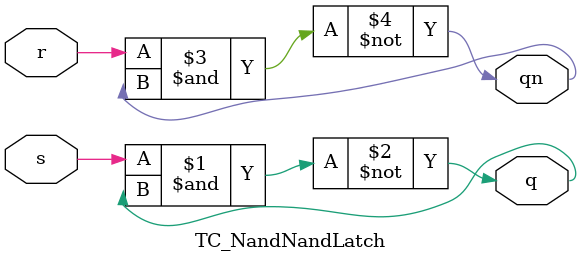
<source format=v>
module TC_NandNandLatch (s, r, q, qn);
    parameter UUID = 0;
    parameter NAME = "";
    input s;
    input r;
    output q;
    output qn;
    
    assign q = ~(s & q);
    assign qn = ~(r & qn);
endmodule


</source>
